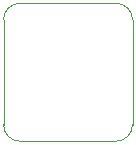
<source format=gbr>
G04 #@! TF.GenerationSoftware,KiCad,Pcbnew,(5.1.4)-1*
G04 #@! TF.CreationDate,2020-03-02T19:19:25-06:00*
G04 #@! TF.ProjectId,SOT-23-3_Breakout,534f542d-3233-42d3-935f-427265616b6f,rev?*
G04 #@! TF.SameCoordinates,Original*
G04 #@! TF.FileFunction,Profile,NP*
%FSLAX46Y46*%
G04 Gerber Fmt 4.6, Leading zero omitted, Abs format (unit mm)*
G04 Created by KiCad (PCBNEW (5.1.4)-1) date 2020-03-02 19:19:25*
%MOMM*%
%LPD*%
G04 APERTURE LIST*
%ADD10C,0.050000*%
G04 APERTURE END LIST*
D10*
X114300000Y-94234000D02*
G75*
G02X115697000Y-95631000I0J-1397000D01*
G01*
X115697000Y-104521000D02*
G75*
G02X114300000Y-105918000I-1397000J0D01*
G01*
X106172000Y-105918000D02*
G75*
G02X104775000Y-104521000I0J1397000D01*
G01*
X104775000Y-95631000D02*
G75*
G02X106172000Y-94234000I1397000J0D01*
G01*
X114300000Y-94234000D02*
X106172000Y-94234000D01*
X104775000Y-104521000D02*
X104775000Y-95631000D01*
X114300000Y-105918000D02*
X106172000Y-105918000D01*
X115697000Y-95631000D02*
X115697000Y-104521000D01*
M02*

</source>
